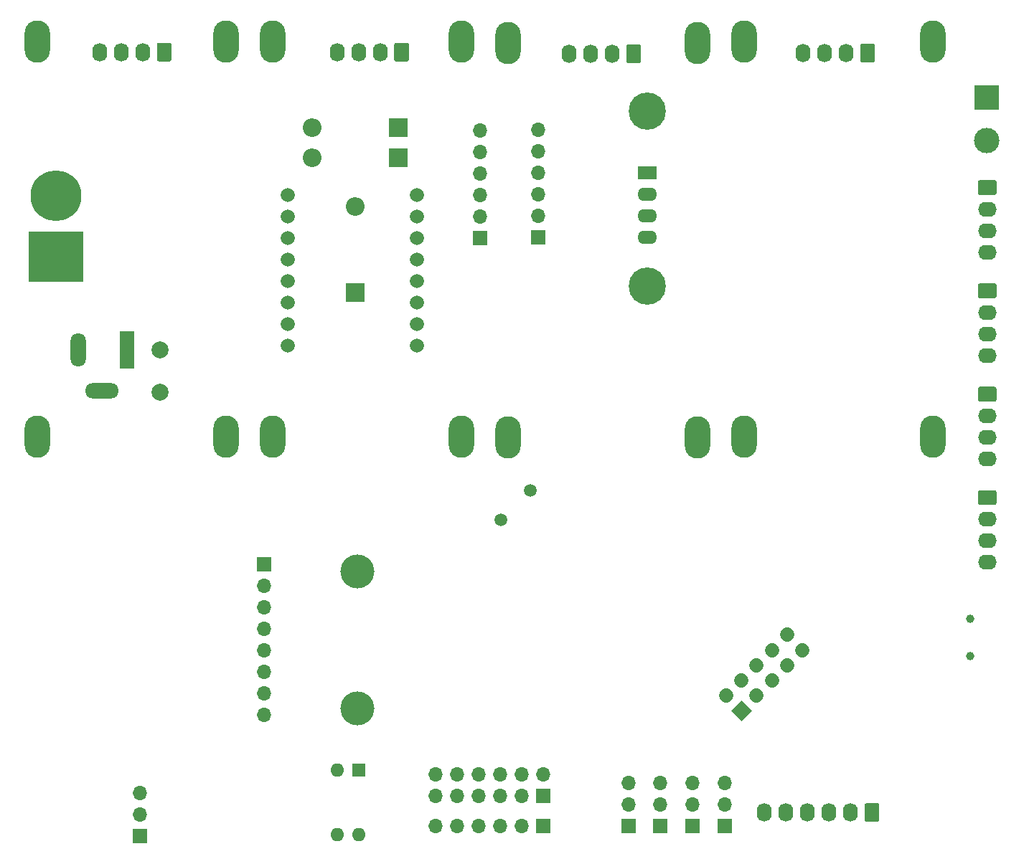
<source format=gbr>
G04 #@! TF.GenerationSoftware,KiCad,Pcbnew,(5.1.5)-3*
G04 #@! TF.CreationDate,2020-06-17T18:22:29-03:00*
G04 #@! TF.ProjectId,root,726f6f74-2e6b-4696-9361-645f70636258,rev?*
G04 #@! TF.SameCoordinates,Original*
G04 #@! TF.FileFunction,Soldermask,Bot*
G04 #@! TF.FilePolarity,Negative*
%FSLAX46Y46*%
G04 Gerber Fmt 4.6, Leading zero omitted, Abs format (unit mm)*
G04 Created by KiCad (PCBNEW (5.1.5)-3) date 2020-06-17 18:22:29*
%MOMM*%
%LPD*%
G04 APERTURE LIST*
%ADD10C,1.727200*%
%ADD11C,0.100000*%
%ADD12O,1.700000X1.700000*%
%ADD13R,1.700000X1.700000*%
%ADD14R,2.300000X1.600000*%
%ADD15O,2.300000X1.600000*%
%ADD16C,4.400000*%
%ADD17R,1.800000X4.400000*%
%ADD18O,1.800000X4.000000*%
%ADD19O,4.000000X1.800000*%
%ADD20C,4.000000*%
%ADD21C,3.000000*%
%ADD22R,3.000000X3.000000*%
%ADD23O,1.600000X1.600000*%
%ADD24R,1.600000X1.600000*%
%ADD25C,1.000000*%
%ADD26C,1.500000*%
%ADD27O,3.000000X5.000000*%
%ADD28C,1.665000*%
%ADD29O,2.200000X1.740000*%
%ADD30O,1.740000X2.200000*%
%ADD31C,6.000000*%
%ADD32R,6.500000X6.000000*%
%ADD33C,2.000000*%
%ADD34O,2.200000X2.200000*%
%ADD35R,2.200000X2.200000*%
G04 APERTURE END LIST*
D10*
X181988154Y-123619744D02*
X181988154Y-123619744D01*
X183784205Y-125415795D02*
X183784205Y-125415795D01*
X180192102Y-125415795D02*
X180192102Y-125415795D01*
X181988154Y-127211846D02*
X181988154Y-127211846D01*
X178396051Y-127211846D02*
X178396051Y-127211846D01*
X180192102Y-129007898D02*
X180192102Y-129007898D01*
X176600000Y-129007898D02*
X176600000Y-129007898D01*
X178396051Y-130803949D02*
X178396051Y-130803949D01*
X174803949Y-130803949D02*
X174803949Y-130803949D01*
D11*
G36*
X177821315Y-132600000D02*
G01*
X176600000Y-133821315D01*
X175378685Y-132600000D01*
X176600000Y-131378685D01*
X177821315Y-132600000D01*
G37*
D12*
X140500000Y-146200000D03*
X143040000Y-146200000D03*
X145580000Y-146200000D03*
X148120000Y-146200000D03*
X150660000Y-146200000D03*
D13*
X153200000Y-146200000D03*
D12*
X140500000Y-140060000D03*
X140500000Y-142600000D03*
X143040000Y-140060000D03*
X143040000Y-142600000D03*
X145580000Y-140060000D03*
X145580000Y-142600000D03*
X148120000Y-140060000D03*
X148120000Y-142600000D03*
X150660000Y-140060000D03*
X150660000Y-142600000D03*
X153200000Y-140060000D03*
D13*
X153200000Y-142600000D03*
D14*
X165500000Y-69030000D03*
D15*
X165500000Y-71570000D03*
X165500000Y-74110000D03*
D16*
X165500000Y-82400000D03*
D15*
X165500000Y-76650000D03*
D16*
X165500000Y-61800000D03*
D12*
X105600000Y-142320000D03*
X105600000Y-144860000D03*
D13*
X105600000Y-147400000D03*
D17*
X104130000Y-90010000D03*
D18*
X98330000Y-90010000D03*
D19*
X101130000Y-94810000D03*
D20*
X131300000Y-132300000D03*
X131300000Y-116100000D03*
D12*
X120300000Y-125460000D03*
X120300000Y-133080000D03*
X120300000Y-130540000D03*
X120300000Y-122920000D03*
D13*
X120300000Y-115300000D03*
D12*
X120300000Y-120380000D03*
X120300000Y-117840000D03*
X120300000Y-128000000D03*
D21*
X205550000Y-65260000D03*
D22*
X205550000Y-60180000D03*
D23*
X131450000Y-147170000D03*
X128910000Y-139550000D03*
X128910000Y-147170000D03*
D24*
X131450000Y-139550000D03*
D25*
X203600000Y-121700000D03*
X203600000Y-126100000D03*
D26*
X148249319Y-110050681D03*
X151700000Y-106600000D03*
D27*
X143600000Y-53600000D03*
X121300000Y-53600000D03*
X121300000Y-100200000D03*
X143600000Y-100200000D03*
X171400000Y-53700000D03*
X149100000Y-53700000D03*
X149100000Y-100300000D03*
X171400000Y-100300000D03*
X199200000Y-53600000D03*
X176900000Y-53600000D03*
X176900000Y-100200000D03*
X199200000Y-100200000D03*
X115800000Y-53600000D03*
X93500000Y-53600000D03*
X93500000Y-100200000D03*
X115800000Y-100200000D03*
D28*
X123060000Y-71700000D03*
X123060000Y-74240000D03*
X123060000Y-76780000D03*
X123060000Y-79320000D03*
X123060000Y-81860000D03*
X123060000Y-84400000D03*
X123060000Y-86940000D03*
X123060000Y-89480000D03*
X138300000Y-71700000D03*
X138300000Y-74240000D03*
X138300000Y-76780000D03*
X138300000Y-79320000D03*
X138300000Y-81860000D03*
X138300000Y-84400000D03*
X138300000Y-86940000D03*
X138300000Y-89480000D03*
D29*
X205600000Y-102820000D03*
X205600000Y-100280000D03*
X205600000Y-97740000D03*
D11*
G36*
X206474505Y-94331204D02*
G01*
X206498773Y-94334804D01*
X206522572Y-94340765D01*
X206545671Y-94349030D01*
X206567850Y-94359520D01*
X206588893Y-94372132D01*
X206608599Y-94386747D01*
X206626777Y-94403223D01*
X206643253Y-94421401D01*
X206657868Y-94441107D01*
X206670480Y-94462150D01*
X206680970Y-94484329D01*
X206689235Y-94507428D01*
X206695196Y-94531227D01*
X206698796Y-94555495D01*
X206700000Y-94579999D01*
X206700000Y-95820001D01*
X206698796Y-95844505D01*
X206695196Y-95868773D01*
X206689235Y-95892572D01*
X206680970Y-95915671D01*
X206670480Y-95937850D01*
X206657868Y-95958893D01*
X206643253Y-95978599D01*
X206626777Y-95996777D01*
X206608599Y-96013253D01*
X206588893Y-96027868D01*
X206567850Y-96040480D01*
X206545671Y-96050970D01*
X206522572Y-96059235D01*
X206498773Y-96065196D01*
X206474505Y-96068796D01*
X206450001Y-96070000D01*
X204749999Y-96070000D01*
X204725495Y-96068796D01*
X204701227Y-96065196D01*
X204677428Y-96059235D01*
X204654329Y-96050970D01*
X204632150Y-96040480D01*
X204611107Y-96027868D01*
X204591401Y-96013253D01*
X204573223Y-95996777D01*
X204556747Y-95978599D01*
X204542132Y-95958893D01*
X204529520Y-95937850D01*
X204519030Y-95915671D01*
X204510765Y-95892572D01*
X204504804Y-95868773D01*
X204501204Y-95844505D01*
X204500000Y-95820001D01*
X204500000Y-94579999D01*
X204501204Y-94555495D01*
X204504804Y-94531227D01*
X204510765Y-94507428D01*
X204519030Y-94484329D01*
X204529520Y-94462150D01*
X204542132Y-94441107D01*
X204556747Y-94421401D01*
X204573223Y-94403223D01*
X204591401Y-94386747D01*
X204611107Y-94372132D01*
X204632150Y-94359520D01*
X204654329Y-94349030D01*
X204677428Y-94340765D01*
X204701227Y-94334804D01*
X204725495Y-94331204D01*
X204749999Y-94330000D01*
X206450001Y-94330000D01*
X206474505Y-94331204D01*
G37*
D30*
X179300000Y-144600000D03*
X181840000Y-144600000D03*
X184380000Y-144600000D03*
X186920000Y-144600000D03*
X189460000Y-144600000D03*
D11*
G36*
X192644505Y-143501204D02*
G01*
X192668773Y-143504804D01*
X192692572Y-143510765D01*
X192715671Y-143519030D01*
X192737850Y-143529520D01*
X192758893Y-143542132D01*
X192778599Y-143556747D01*
X192796777Y-143573223D01*
X192813253Y-143591401D01*
X192827868Y-143611107D01*
X192840480Y-143632150D01*
X192850970Y-143654329D01*
X192859235Y-143677428D01*
X192865196Y-143701227D01*
X192868796Y-143725495D01*
X192870000Y-143749999D01*
X192870000Y-145450001D01*
X192868796Y-145474505D01*
X192865196Y-145498773D01*
X192859235Y-145522572D01*
X192850970Y-145545671D01*
X192840480Y-145567850D01*
X192827868Y-145588893D01*
X192813253Y-145608599D01*
X192796777Y-145626777D01*
X192778599Y-145643253D01*
X192758893Y-145657868D01*
X192737850Y-145670480D01*
X192715671Y-145680970D01*
X192692572Y-145689235D01*
X192668773Y-145695196D01*
X192644505Y-145698796D01*
X192620001Y-145700000D01*
X191379999Y-145700000D01*
X191355495Y-145698796D01*
X191331227Y-145695196D01*
X191307428Y-145689235D01*
X191284329Y-145680970D01*
X191262150Y-145670480D01*
X191241107Y-145657868D01*
X191221401Y-145643253D01*
X191203223Y-145626777D01*
X191186747Y-145608599D01*
X191172132Y-145588893D01*
X191159520Y-145567850D01*
X191149030Y-145545671D01*
X191140765Y-145522572D01*
X191134804Y-145498773D01*
X191131204Y-145474505D01*
X191130000Y-145450001D01*
X191130000Y-143749999D01*
X191131204Y-143725495D01*
X191134804Y-143701227D01*
X191140765Y-143677428D01*
X191149030Y-143654329D01*
X191159520Y-143632150D01*
X191172132Y-143611107D01*
X191186747Y-143591401D01*
X191203223Y-143573223D01*
X191221401Y-143556747D01*
X191241107Y-143542132D01*
X191262150Y-143529520D01*
X191284329Y-143519030D01*
X191307428Y-143510765D01*
X191331227Y-143504804D01*
X191355495Y-143501204D01*
X191379999Y-143500000D01*
X192620001Y-143500000D01*
X192644505Y-143501204D01*
G37*
D29*
X205600000Y-78420000D03*
X205600000Y-75880000D03*
X205600000Y-73340000D03*
D11*
G36*
X206474505Y-69931204D02*
G01*
X206498773Y-69934804D01*
X206522572Y-69940765D01*
X206545671Y-69949030D01*
X206567850Y-69959520D01*
X206588893Y-69972132D01*
X206608599Y-69986747D01*
X206626777Y-70003223D01*
X206643253Y-70021401D01*
X206657868Y-70041107D01*
X206670480Y-70062150D01*
X206680970Y-70084329D01*
X206689235Y-70107428D01*
X206695196Y-70131227D01*
X206698796Y-70155495D01*
X206700000Y-70179999D01*
X206700000Y-71420001D01*
X206698796Y-71444505D01*
X206695196Y-71468773D01*
X206689235Y-71492572D01*
X206680970Y-71515671D01*
X206670480Y-71537850D01*
X206657868Y-71558893D01*
X206643253Y-71578599D01*
X206626777Y-71596777D01*
X206608599Y-71613253D01*
X206588893Y-71627868D01*
X206567850Y-71640480D01*
X206545671Y-71650970D01*
X206522572Y-71659235D01*
X206498773Y-71665196D01*
X206474505Y-71668796D01*
X206450001Y-71670000D01*
X204749999Y-71670000D01*
X204725495Y-71668796D01*
X204701227Y-71665196D01*
X204677428Y-71659235D01*
X204654329Y-71650970D01*
X204632150Y-71640480D01*
X204611107Y-71627868D01*
X204591401Y-71613253D01*
X204573223Y-71596777D01*
X204556747Y-71578599D01*
X204542132Y-71558893D01*
X204529520Y-71537850D01*
X204519030Y-71515671D01*
X204510765Y-71492572D01*
X204504804Y-71468773D01*
X204501204Y-71444505D01*
X204500000Y-71420001D01*
X204500000Y-70179999D01*
X204501204Y-70155495D01*
X204504804Y-70131227D01*
X204510765Y-70107428D01*
X204519030Y-70084329D01*
X204529520Y-70062150D01*
X204542132Y-70041107D01*
X204556747Y-70021401D01*
X204573223Y-70003223D01*
X204591401Y-69986747D01*
X204611107Y-69972132D01*
X204632150Y-69959520D01*
X204654329Y-69949030D01*
X204677428Y-69940765D01*
X204701227Y-69934804D01*
X204725495Y-69931204D01*
X204749999Y-69930000D01*
X206450001Y-69930000D01*
X206474505Y-69931204D01*
G37*
D29*
X205600000Y-115020000D03*
X205600000Y-112480000D03*
X205600000Y-109940000D03*
D11*
G36*
X206474505Y-106531204D02*
G01*
X206498773Y-106534804D01*
X206522572Y-106540765D01*
X206545671Y-106549030D01*
X206567850Y-106559520D01*
X206588893Y-106572132D01*
X206608599Y-106586747D01*
X206626777Y-106603223D01*
X206643253Y-106621401D01*
X206657868Y-106641107D01*
X206670480Y-106662150D01*
X206680970Y-106684329D01*
X206689235Y-106707428D01*
X206695196Y-106731227D01*
X206698796Y-106755495D01*
X206700000Y-106779999D01*
X206700000Y-108020001D01*
X206698796Y-108044505D01*
X206695196Y-108068773D01*
X206689235Y-108092572D01*
X206680970Y-108115671D01*
X206670480Y-108137850D01*
X206657868Y-108158893D01*
X206643253Y-108178599D01*
X206626777Y-108196777D01*
X206608599Y-108213253D01*
X206588893Y-108227868D01*
X206567850Y-108240480D01*
X206545671Y-108250970D01*
X206522572Y-108259235D01*
X206498773Y-108265196D01*
X206474505Y-108268796D01*
X206450001Y-108270000D01*
X204749999Y-108270000D01*
X204725495Y-108268796D01*
X204701227Y-108265196D01*
X204677428Y-108259235D01*
X204654329Y-108250970D01*
X204632150Y-108240480D01*
X204611107Y-108227868D01*
X204591401Y-108213253D01*
X204573223Y-108196777D01*
X204556747Y-108178599D01*
X204542132Y-108158893D01*
X204529520Y-108137850D01*
X204519030Y-108115671D01*
X204510765Y-108092572D01*
X204504804Y-108068773D01*
X204501204Y-108044505D01*
X204500000Y-108020001D01*
X204500000Y-106779999D01*
X204501204Y-106755495D01*
X204504804Y-106731227D01*
X204510765Y-106707428D01*
X204519030Y-106684329D01*
X204529520Y-106662150D01*
X204542132Y-106641107D01*
X204556747Y-106621401D01*
X204573223Y-106603223D01*
X204591401Y-106586747D01*
X204611107Y-106572132D01*
X204632150Y-106559520D01*
X204654329Y-106549030D01*
X204677428Y-106540765D01*
X204701227Y-106534804D01*
X204725495Y-106531204D01*
X204749999Y-106530000D01*
X206450001Y-106530000D01*
X206474505Y-106531204D01*
G37*
D29*
X205600000Y-90620000D03*
X205600000Y-88080000D03*
X205600000Y-85540000D03*
D11*
G36*
X206474505Y-82131204D02*
G01*
X206498773Y-82134804D01*
X206522572Y-82140765D01*
X206545671Y-82149030D01*
X206567850Y-82159520D01*
X206588893Y-82172132D01*
X206608599Y-82186747D01*
X206626777Y-82203223D01*
X206643253Y-82221401D01*
X206657868Y-82241107D01*
X206670480Y-82262150D01*
X206680970Y-82284329D01*
X206689235Y-82307428D01*
X206695196Y-82331227D01*
X206698796Y-82355495D01*
X206700000Y-82379999D01*
X206700000Y-83620001D01*
X206698796Y-83644505D01*
X206695196Y-83668773D01*
X206689235Y-83692572D01*
X206680970Y-83715671D01*
X206670480Y-83737850D01*
X206657868Y-83758893D01*
X206643253Y-83778599D01*
X206626777Y-83796777D01*
X206608599Y-83813253D01*
X206588893Y-83827868D01*
X206567850Y-83840480D01*
X206545671Y-83850970D01*
X206522572Y-83859235D01*
X206498773Y-83865196D01*
X206474505Y-83868796D01*
X206450001Y-83870000D01*
X204749999Y-83870000D01*
X204725495Y-83868796D01*
X204701227Y-83865196D01*
X204677428Y-83859235D01*
X204654329Y-83850970D01*
X204632150Y-83840480D01*
X204611107Y-83827868D01*
X204591401Y-83813253D01*
X204573223Y-83796777D01*
X204556747Y-83778599D01*
X204542132Y-83758893D01*
X204529520Y-83737850D01*
X204519030Y-83715671D01*
X204510765Y-83692572D01*
X204504804Y-83668773D01*
X204501204Y-83644505D01*
X204500000Y-83620001D01*
X204500000Y-82379999D01*
X204501204Y-82355495D01*
X204504804Y-82331227D01*
X204510765Y-82307428D01*
X204519030Y-82284329D01*
X204529520Y-82262150D01*
X204542132Y-82241107D01*
X204556747Y-82221401D01*
X204573223Y-82203223D01*
X204591401Y-82186747D01*
X204611107Y-82172132D01*
X204632150Y-82159520D01*
X204654329Y-82149030D01*
X204677428Y-82140765D01*
X204701227Y-82134804D01*
X204725495Y-82131204D01*
X204749999Y-82130000D01*
X206450001Y-82130000D01*
X206474505Y-82131204D01*
G37*
D12*
X163250000Y-141070000D03*
X163250000Y-143610000D03*
D13*
X163250000Y-146150000D03*
D12*
X167050000Y-141070000D03*
X167050000Y-143610000D03*
D13*
X167050000Y-146150000D03*
X170850000Y-146150000D03*
D12*
X170850000Y-143610000D03*
X170850000Y-141070000D03*
X174650000Y-141070000D03*
X174650000Y-143610000D03*
D13*
X174650000Y-146150000D03*
D30*
X100880000Y-54800000D03*
X103420000Y-54800000D03*
X105960000Y-54800000D03*
D11*
G36*
X109144505Y-53701204D02*
G01*
X109168773Y-53704804D01*
X109192572Y-53710765D01*
X109215671Y-53719030D01*
X109237850Y-53729520D01*
X109258893Y-53742132D01*
X109278599Y-53756747D01*
X109296777Y-53773223D01*
X109313253Y-53791401D01*
X109327868Y-53811107D01*
X109340480Y-53832150D01*
X109350970Y-53854329D01*
X109359235Y-53877428D01*
X109365196Y-53901227D01*
X109368796Y-53925495D01*
X109370000Y-53949999D01*
X109370000Y-55650001D01*
X109368796Y-55674505D01*
X109365196Y-55698773D01*
X109359235Y-55722572D01*
X109350970Y-55745671D01*
X109340480Y-55767850D01*
X109327868Y-55788893D01*
X109313253Y-55808599D01*
X109296777Y-55826777D01*
X109278599Y-55843253D01*
X109258893Y-55857868D01*
X109237850Y-55870480D01*
X109215671Y-55880970D01*
X109192572Y-55889235D01*
X109168773Y-55895196D01*
X109144505Y-55898796D01*
X109120001Y-55900000D01*
X107879999Y-55900000D01*
X107855495Y-55898796D01*
X107831227Y-55895196D01*
X107807428Y-55889235D01*
X107784329Y-55880970D01*
X107762150Y-55870480D01*
X107741107Y-55857868D01*
X107721401Y-55843253D01*
X107703223Y-55826777D01*
X107686747Y-55808599D01*
X107672132Y-55788893D01*
X107659520Y-55767850D01*
X107649030Y-55745671D01*
X107640765Y-55722572D01*
X107634804Y-55698773D01*
X107631204Y-55674505D01*
X107630000Y-55650001D01*
X107630000Y-53949999D01*
X107631204Y-53925495D01*
X107634804Y-53901227D01*
X107640765Y-53877428D01*
X107649030Y-53854329D01*
X107659520Y-53832150D01*
X107672132Y-53811107D01*
X107686747Y-53791401D01*
X107703223Y-53773223D01*
X107721401Y-53756747D01*
X107741107Y-53742132D01*
X107762150Y-53729520D01*
X107784329Y-53719030D01*
X107807428Y-53710765D01*
X107831227Y-53704804D01*
X107855495Y-53701204D01*
X107879999Y-53700000D01*
X109120001Y-53700000D01*
X109144505Y-53701204D01*
G37*
D30*
X156280000Y-55000000D03*
X158820000Y-55000000D03*
X161360000Y-55000000D03*
D11*
G36*
X164544505Y-53901204D02*
G01*
X164568773Y-53904804D01*
X164592572Y-53910765D01*
X164615671Y-53919030D01*
X164637850Y-53929520D01*
X164658893Y-53942132D01*
X164678599Y-53956747D01*
X164696777Y-53973223D01*
X164713253Y-53991401D01*
X164727868Y-54011107D01*
X164740480Y-54032150D01*
X164750970Y-54054329D01*
X164759235Y-54077428D01*
X164765196Y-54101227D01*
X164768796Y-54125495D01*
X164770000Y-54149999D01*
X164770000Y-55850001D01*
X164768796Y-55874505D01*
X164765196Y-55898773D01*
X164759235Y-55922572D01*
X164750970Y-55945671D01*
X164740480Y-55967850D01*
X164727868Y-55988893D01*
X164713253Y-56008599D01*
X164696777Y-56026777D01*
X164678599Y-56043253D01*
X164658893Y-56057868D01*
X164637850Y-56070480D01*
X164615671Y-56080970D01*
X164592572Y-56089235D01*
X164568773Y-56095196D01*
X164544505Y-56098796D01*
X164520001Y-56100000D01*
X163279999Y-56100000D01*
X163255495Y-56098796D01*
X163231227Y-56095196D01*
X163207428Y-56089235D01*
X163184329Y-56080970D01*
X163162150Y-56070480D01*
X163141107Y-56057868D01*
X163121401Y-56043253D01*
X163103223Y-56026777D01*
X163086747Y-56008599D01*
X163072132Y-55988893D01*
X163059520Y-55967850D01*
X163049030Y-55945671D01*
X163040765Y-55922572D01*
X163034804Y-55898773D01*
X163031204Y-55874505D01*
X163030000Y-55850001D01*
X163030000Y-54149999D01*
X163031204Y-54125495D01*
X163034804Y-54101227D01*
X163040765Y-54077428D01*
X163049030Y-54054329D01*
X163059520Y-54032150D01*
X163072132Y-54011107D01*
X163086747Y-53991401D01*
X163103223Y-53973223D01*
X163121401Y-53956747D01*
X163141107Y-53942132D01*
X163162150Y-53929520D01*
X163184329Y-53919030D01*
X163207428Y-53910765D01*
X163231227Y-53904804D01*
X163255495Y-53901204D01*
X163279999Y-53900000D01*
X164520001Y-53900000D01*
X164544505Y-53901204D01*
G37*
D31*
X95700000Y-71800000D03*
D32*
X95700000Y-79000000D03*
D30*
X128880000Y-54800000D03*
X131420000Y-54800000D03*
X133960000Y-54800000D03*
D11*
G36*
X137144505Y-53701204D02*
G01*
X137168773Y-53704804D01*
X137192572Y-53710765D01*
X137215671Y-53719030D01*
X137237850Y-53729520D01*
X137258893Y-53742132D01*
X137278599Y-53756747D01*
X137296777Y-53773223D01*
X137313253Y-53791401D01*
X137327868Y-53811107D01*
X137340480Y-53832150D01*
X137350970Y-53854329D01*
X137359235Y-53877428D01*
X137365196Y-53901227D01*
X137368796Y-53925495D01*
X137370000Y-53949999D01*
X137370000Y-55650001D01*
X137368796Y-55674505D01*
X137365196Y-55698773D01*
X137359235Y-55722572D01*
X137350970Y-55745671D01*
X137340480Y-55767850D01*
X137327868Y-55788893D01*
X137313253Y-55808599D01*
X137296777Y-55826777D01*
X137278599Y-55843253D01*
X137258893Y-55857868D01*
X137237850Y-55870480D01*
X137215671Y-55880970D01*
X137192572Y-55889235D01*
X137168773Y-55895196D01*
X137144505Y-55898796D01*
X137120001Y-55900000D01*
X135879999Y-55900000D01*
X135855495Y-55898796D01*
X135831227Y-55895196D01*
X135807428Y-55889235D01*
X135784329Y-55880970D01*
X135762150Y-55870480D01*
X135741107Y-55857868D01*
X135721401Y-55843253D01*
X135703223Y-55826777D01*
X135686747Y-55808599D01*
X135672132Y-55788893D01*
X135659520Y-55767850D01*
X135649030Y-55745671D01*
X135640765Y-55722572D01*
X135634804Y-55698773D01*
X135631204Y-55674505D01*
X135630000Y-55650001D01*
X135630000Y-53949999D01*
X135631204Y-53925495D01*
X135634804Y-53901227D01*
X135640765Y-53877428D01*
X135649030Y-53854329D01*
X135659520Y-53832150D01*
X135672132Y-53811107D01*
X135686747Y-53791401D01*
X135703223Y-53773223D01*
X135721401Y-53756747D01*
X135741107Y-53742132D01*
X135762150Y-53729520D01*
X135784329Y-53719030D01*
X135807428Y-53710765D01*
X135831227Y-53704804D01*
X135855495Y-53701204D01*
X135879999Y-53700000D01*
X137120001Y-53700000D01*
X137144505Y-53701204D01*
G37*
D30*
X183880000Y-54900000D03*
X186420000Y-54900000D03*
X188960000Y-54900000D03*
D11*
G36*
X192144505Y-53801204D02*
G01*
X192168773Y-53804804D01*
X192192572Y-53810765D01*
X192215671Y-53819030D01*
X192237850Y-53829520D01*
X192258893Y-53842132D01*
X192278599Y-53856747D01*
X192296777Y-53873223D01*
X192313253Y-53891401D01*
X192327868Y-53911107D01*
X192340480Y-53932150D01*
X192350970Y-53954329D01*
X192359235Y-53977428D01*
X192365196Y-54001227D01*
X192368796Y-54025495D01*
X192370000Y-54049999D01*
X192370000Y-55750001D01*
X192368796Y-55774505D01*
X192365196Y-55798773D01*
X192359235Y-55822572D01*
X192350970Y-55845671D01*
X192340480Y-55867850D01*
X192327868Y-55888893D01*
X192313253Y-55908599D01*
X192296777Y-55926777D01*
X192278599Y-55943253D01*
X192258893Y-55957868D01*
X192237850Y-55970480D01*
X192215671Y-55980970D01*
X192192572Y-55989235D01*
X192168773Y-55995196D01*
X192144505Y-55998796D01*
X192120001Y-56000000D01*
X190879999Y-56000000D01*
X190855495Y-55998796D01*
X190831227Y-55995196D01*
X190807428Y-55989235D01*
X190784329Y-55980970D01*
X190762150Y-55970480D01*
X190741107Y-55957868D01*
X190721401Y-55943253D01*
X190703223Y-55926777D01*
X190686747Y-55908599D01*
X190672132Y-55888893D01*
X190659520Y-55867850D01*
X190649030Y-55845671D01*
X190640765Y-55822572D01*
X190634804Y-55798773D01*
X190631204Y-55774505D01*
X190630000Y-55750001D01*
X190630000Y-54049999D01*
X190631204Y-54025495D01*
X190634804Y-54001227D01*
X190640765Y-53977428D01*
X190649030Y-53954329D01*
X190659520Y-53932150D01*
X190672132Y-53911107D01*
X190686747Y-53891401D01*
X190703223Y-53873223D01*
X190721401Y-53856747D01*
X190741107Y-53842132D01*
X190762150Y-53829520D01*
X190784329Y-53819030D01*
X190807428Y-53810765D01*
X190831227Y-53804804D01*
X190855495Y-53801204D01*
X190879999Y-53800000D01*
X192120001Y-53800000D01*
X192144505Y-53801204D01*
G37*
D12*
X152600000Y-64000000D03*
X152600000Y-66540000D03*
X152600000Y-69080000D03*
X152600000Y-71620000D03*
X152600000Y-74160000D03*
D13*
X152600000Y-76700000D03*
D12*
X145800000Y-64040000D03*
X145800000Y-66580000D03*
X145800000Y-69120000D03*
X145800000Y-71660000D03*
X145800000Y-74200000D03*
D13*
X145800000Y-76740000D03*
D33*
X108000000Y-90000000D03*
X108000000Y-95000000D03*
D34*
X131000000Y-73040000D03*
D35*
X131000000Y-83200000D03*
D34*
X125940000Y-67300000D03*
D35*
X136100000Y-67300000D03*
D34*
X125940000Y-63700000D03*
D35*
X136100000Y-63700000D03*
M02*

</source>
